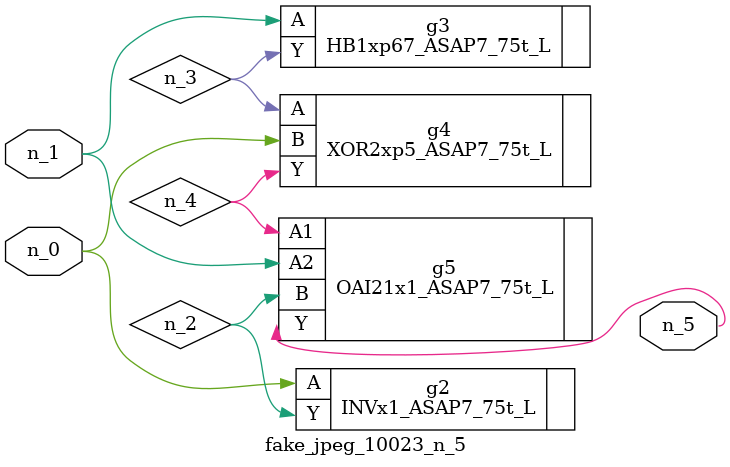
<source format=v>
module fake_jpeg_10023_n_5 (n_0, n_1, n_5);

input n_0;
input n_1;

output n_5;

wire n_2;
wire n_3;
wire n_4;

INVx1_ASAP7_75t_L g2 ( 
.A(n_0),
.Y(n_2)
);

HB1xp67_ASAP7_75t_L g3 ( 
.A(n_1),
.Y(n_3)
);

XOR2xp5_ASAP7_75t_L g4 ( 
.A(n_3),
.B(n_0),
.Y(n_4)
);

OAI21x1_ASAP7_75t_L g5 ( 
.A1(n_4),
.A2(n_1),
.B(n_2),
.Y(n_5)
);


endmodule
</source>
